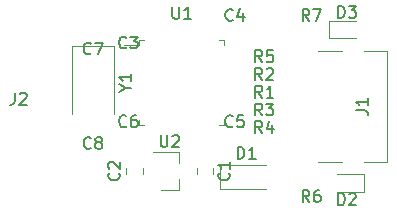
<source format=gbr>
%TF.GenerationSoftware,KiCad,Pcbnew,5.1.6+dfsg1-1*%
%TF.CreationDate,2020-06-28T19:58:20+08:00*%
%TF.ProjectId,stlink,73746c69-6e6b-42e6-9b69-6361645f7063,rev?*%
%TF.SameCoordinates,Original*%
%TF.FileFunction,Legend,Top*%
%TF.FilePolarity,Positive*%
%FSLAX46Y46*%
G04 Gerber Fmt 4.6, Leading zero omitted, Abs format (unit mm)*
G04 Created by KiCad (PCBNEW 5.1.6+dfsg1-1) date 2020-06-28 19:58:20*
%MOMM*%
%LPD*%
G01*
G04 APERTURE LIST*
%ADD10C,0.120000*%
%ADD11C,0.150000*%
G04 APERTURE END LIST*
D10*
%TO.C,D3*%
X136515000Y-84235000D02*
X138800000Y-84235000D01*
X136515000Y-82765000D02*
X136515000Y-84235000D01*
X138800000Y-82765000D02*
X136515000Y-82765000D01*
%TO.C,D2*%
X139485000Y-95765000D02*
X137200000Y-95765000D01*
X139485000Y-97235000D02*
X139485000Y-95765000D01*
X137200000Y-97235000D02*
X139485000Y-97235000D01*
%TO.C,Y1*%
X114700000Y-84950000D02*
X114700000Y-90700000D01*
X118300000Y-84950000D02*
X114700000Y-84950000D01*
X118300000Y-90700000D02*
X118300000Y-84950000D01*
%TO.C,D1*%
X127250000Y-95000000D02*
X127250000Y-97000000D01*
X127250000Y-97000000D02*
X131150000Y-97000000D01*
X127250000Y-95000000D02*
X131150000Y-95000000D01*
%TO.C,C2*%
X119290000Y-95758578D02*
X119290000Y-95241422D01*
X120710000Y-95758578D02*
X120710000Y-95241422D01*
%TO.C,C1*%
X126710000Y-95241422D02*
X126710000Y-95758578D01*
X125290000Y-95241422D02*
X125290000Y-95758578D01*
%TO.C,U2*%
X123760000Y-97080000D02*
X123760000Y-96150000D01*
X123760000Y-93920000D02*
X123760000Y-94850000D01*
X123760000Y-93920000D02*
X121600000Y-93920000D01*
X123760000Y-97080000D02*
X122300000Y-97080000D01*
%TO.C,U1*%
X120390000Y-84840000D02*
X119100000Y-84840000D01*
X120390000Y-84390000D02*
X120390000Y-84840000D01*
X120840000Y-84390000D02*
X120390000Y-84390000D01*
X127610000Y-84390000D02*
X127610000Y-84840000D01*
X127160000Y-84390000D02*
X127610000Y-84390000D01*
X120390000Y-91610000D02*
X120390000Y-91160000D01*
X120840000Y-91610000D02*
X120390000Y-91610000D01*
X127610000Y-91610000D02*
X127610000Y-91160000D01*
X127160000Y-91610000D02*
X127610000Y-91610000D01*
%TO.C,J1*%
X141400000Y-94700000D02*
X141400000Y-85300000D01*
X135600000Y-85300000D02*
X137600000Y-85300000D01*
X139500000Y-85300000D02*
X141400000Y-85300000D01*
X135600000Y-94700000D02*
X137600000Y-94700000D01*
X139500000Y-94700000D02*
X141400000Y-94700000D01*
%TO.C,R7*%
D11*
X134833333Y-82782380D02*
X134500000Y-82306190D01*
X134261904Y-82782380D02*
X134261904Y-81782380D01*
X134642857Y-81782380D01*
X134738095Y-81830000D01*
X134785714Y-81877619D01*
X134833333Y-81972857D01*
X134833333Y-82115714D01*
X134785714Y-82210952D01*
X134738095Y-82258571D01*
X134642857Y-82306190D01*
X134261904Y-82306190D01*
X135166666Y-81782380D02*
X135833333Y-81782380D01*
X135404761Y-82782380D01*
%TO.C,R6*%
X134833333Y-98122380D02*
X134500000Y-97646190D01*
X134261904Y-98122380D02*
X134261904Y-97122380D01*
X134642857Y-97122380D01*
X134738095Y-97170000D01*
X134785714Y-97217619D01*
X134833333Y-97312857D01*
X134833333Y-97455714D01*
X134785714Y-97550952D01*
X134738095Y-97598571D01*
X134642857Y-97646190D01*
X134261904Y-97646190D01*
X135690476Y-97122380D02*
X135500000Y-97122380D01*
X135404761Y-97170000D01*
X135357142Y-97217619D01*
X135261904Y-97360476D01*
X135214285Y-97550952D01*
X135214285Y-97931904D01*
X135261904Y-98027142D01*
X135309523Y-98074761D01*
X135404761Y-98122380D01*
X135595238Y-98122380D01*
X135690476Y-98074761D01*
X135738095Y-98027142D01*
X135785714Y-97931904D01*
X135785714Y-97693809D01*
X135738095Y-97598571D01*
X135690476Y-97550952D01*
X135595238Y-97503333D01*
X135404761Y-97503333D01*
X135309523Y-97550952D01*
X135261904Y-97598571D01*
X135214285Y-97693809D01*
%TO.C,D3*%
X137261904Y-82522380D02*
X137261904Y-81522380D01*
X137500000Y-81522380D01*
X137642857Y-81570000D01*
X137738095Y-81665238D01*
X137785714Y-81760476D01*
X137833333Y-81950952D01*
X137833333Y-82093809D01*
X137785714Y-82284285D01*
X137738095Y-82379523D01*
X137642857Y-82474761D01*
X137500000Y-82522380D01*
X137261904Y-82522380D01*
X138166666Y-81522380D02*
X138785714Y-81522380D01*
X138452380Y-81903333D01*
X138595238Y-81903333D01*
X138690476Y-81950952D01*
X138738095Y-81998571D01*
X138785714Y-82093809D01*
X138785714Y-82331904D01*
X138738095Y-82427142D01*
X138690476Y-82474761D01*
X138595238Y-82522380D01*
X138309523Y-82522380D01*
X138214285Y-82474761D01*
X138166666Y-82427142D01*
%TO.C,D2*%
X137261904Y-98382380D02*
X137261904Y-97382380D01*
X137500000Y-97382380D01*
X137642857Y-97430000D01*
X137738095Y-97525238D01*
X137785714Y-97620476D01*
X137833333Y-97810952D01*
X137833333Y-97953809D01*
X137785714Y-98144285D01*
X137738095Y-98239523D01*
X137642857Y-98334761D01*
X137500000Y-98382380D01*
X137261904Y-98382380D01*
X138214285Y-97477619D02*
X138261904Y-97430000D01*
X138357142Y-97382380D01*
X138595238Y-97382380D01*
X138690476Y-97430000D01*
X138738095Y-97477619D01*
X138785714Y-97572857D01*
X138785714Y-97668095D01*
X138738095Y-97810952D01*
X138166666Y-98382380D01*
X138785714Y-98382380D01*
%TO.C,Y1*%
X119276190Y-88476190D02*
X119752380Y-88476190D01*
X118752380Y-88809523D02*
X119276190Y-88476190D01*
X118752380Y-88142857D01*
X119752380Y-87285714D02*
X119752380Y-87857142D01*
X119752380Y-87571428D02*
X118752380Y-87571428D01*
X118895238Y-87666666D01*
X118990476Y-87761904D01*
X119038095Y-87857142D01*
%TO.C,C8*%
X116333333Y-93527142D02*
X116285714Y-93574761D01*
X116142857Y-93622380D01*
X116047619Y-93622380D01*
X115904761Y-93574761D01*
X115809523Y-93479523D01*
X115761904Y-93384285D01*
X115714285Y-93193809D01*
X115714285Y-93050952D01*
X115761904Y-92860476D01*
X115809523Y-92765238D01*
X115904761Y-92670000D01*
X116047619Y-92622380D01*
X116142857Y-92622380D01*
X116285714Y-92670000D01*
X116333333Y-92717619D01*
X116904761Y-93050952D02*
X116809523Y-93003333D01*
X116761904Y-92955714D01*
X116714285Y-92860476D01*
X116714285Y-92812857D01*
X116761904Y-92717619D01*
X116809523Y-92670000D01*
X116904761Y-92622380D01*
X117095238Y-92622380D01*
X117190476Y-92670000D01*
X117238095Y-92717619D01*
X117285714Y-92812857D01*
X117285714Y-92860476D01*
X117238095Y-92955714D01*
X117190476Y-93003333D01*
X117095238Y-93050952D01*
X116904761Y-93050952D01*
X116809523Y-93098571D01*
X116761904Y-93146190D01*
X116714285Y-93241428D01*
X116714285Y-93431904D01*
X116761904Y-93527142D01*
X116809523Y-93574761D01*
X116904761Y-93622380D01*
X117095238Y-93622380D01*
X117190476Y-93574761D01*
X117238095Y-93527142D01*
X117285714Y-93431904D01*
X117285714Y-93241428D01*
X117238095Y-93146190D01*
X117190476Y-93098571D01*
X117095238Y-93050952D01*
%TO.C,C7*%
X116333333Y-85527142D02*
X116285714Y-85574761D01*
X116142857Y-85622380D01*
X116047619Y-85622380D01*
X115904761Y-85574761D01*
X115809523Y-85479523D01*
X115761904Y-85384285D01*
X115714285Y-85193809D01*
X115714285Y-85050952D01*
X115761904Y-84860476D01*
X115809523Y-84765238D01*
X115904761Y-84670000D01*
X116047619Y-84622380D01*
X116142857Y-84622380D01*
X116285714Y-84670000D01*
X116333333Y-84717619D01*
X116666666Y-84622380D02*
X117333333Y-84622380D01*
X116904761Y-85622380D01*
%TO.C,J2*%
X109896666Y-88872380D02*
X109896666Y-89586666D01*
X109849047Y-89729523D01*
X109753809Y-89824761D01*
X109610952Y-89872380D01*
X109515714Y-89872380D01*
X110325238Y-88967619D02*
X110372857Y-88920000D01*
X110468095Y-88872380D01*
X110706190Y-88872380D01*
X110801428Y-88920000D01*
X110849047Y-88967619D01*
X110896666Y-89062857D01*
X110896666Y-89158095D01*
X110849047Y-89300952D01*
X110277619Y-89872380D01*
X110896666Y-89872380D01*
%TO.C,R5*%
X130833333Y-86277380D02*
X130500000Y-85801190D01*
X130261904Y-86277380D02*
X130261904Y-85277380D01*
X130642857Y-85277380D01*
X130738095Y-85325000D01*
X130785714Y-85372619D01*
X130833333Y-85467857D01*
X130833333Y-85610714D01*
X130785714Y-85705952D01*
X130738095Y-85753571D01*
X130642857Y-85801190D01*
X130261904Y-85801190D01*
X131738095Y-85277380D02*
X131261904Y-85277380D01*
X131214285Y-85753571D01*
X131261904Y-85705952D01*
X131357142Y-85658333D01*
X131595238Y-85658333D01*
X131690476Y-85705952D01*
X131738095Y-85753571D01*
X131785714Y-85848809D01*
X131785714Y-86086904D01*
X131738095Y-86182142D01*
X131690476Y-86229761D01*
X131595238Y-86277380D01*
X131357142Y-86277380D01*
X131261904Y-86229761D01*
X131214285Y-86182142D01*
%TO.C,R4*%
X130833333Y-92282380D02*
X130500000Y-91806190D01*
X130261904Y-92282380D02*
X130261904Y-91282380D01*
X130642857Y-91282380D01*
X130738095Y-91330000D01*
X130785714Y-91377619D01*
X130833333Y-91472857D01*
X130833333Y-91615714D01*
X130785714Y-91710952D01*
X130738095Y-91758571D01*
X130642857Y-91806190D01*
X130261904Y-91806190D01*
X131690476Y-91615714D02*
X131690476Y-92282380D01*
X131452380Y-91234761D02*
X131214285Y-91949047D01*
X131833333Y-91949047D01*
%TO.C,C6*%
X119333333Y-91687142D02*
X119285714Y-91734761D01*
X119142857Y-91782380D01*
X119047619Y-91782380D01*
X118904761Y-91734761D01*
X118809523Y-91639523D01*
X118761904Y-91544285D01*
X118714285Y-91353809D01*
X118714285Y-91210952D01*
X118761904Y-91020476D01*
X118809523Y-90925238D01*
X118904761Y-90830000D01*
X119047619Y-90782380D01*
X119142857Y-90782380D01*
X119285714Y-90830000D01*
X119333333Y-90877619D01*
X120190476Y-90782380D02*
X120000000Y-90782380D01*
X119904761Y-90830000D01*
X119857142Y-90877619D01*
X119761904Y-91020476D01*
X119714285Y-91210952D01*
X119714285Y-91591904D01*
X119761904Y-91687142D01*
X119809523Y-91734761D01*
X119904761Y-91782380D01*
X120095238Y-91782380D01*
X120190476Y-91734761D01*
X120238095Y-91687142D01*
X120285714Y-91591904D01*
X120285714Y-91353809D01*
X120238095Y-91258571D01*
X120190476Y-91210952D01*
X120095238Y-91163333D01*
X119904761Y-91163333D01*
X119809523Y-91210952D01*
X119761904Y-91258571D01*
X119714285Y-91353809D01*
%TO.C,C5*%
X128333333Y-91687142D02*
X128285714Y-91734761D01*
X128142857Y-91782380D01*
X128047619Y-91782380D01*
X127904761Y-91734761D01*
X127809523Y-91639523D01*
X127761904Y-91544285D01*
X127714285Y-91353809D01*
X127714285Y-91210952D01*
X127761904Y-91020476D01*
X127809523Y-90925238D01*
X127904761Y-90830000D01*
X128047619Y-90782380D01*
X128142857Y-90782380D01*
X128285714Y-90830000D01*
X128333333Y-90877619D01*
X129238095Y-90782380D02*
X128761904Y-90782380D01*
X128714285Y-91258571D01*
X128761904Y-91210952D01*
X128857142Y-91163333D01*
X129095238Y-91163333D01*
X129190476Y-91210952D01*
X129238095Y-91258571D01*
X129285714Y-91353809D01*
X129285714Y-91591904D01*
X129238095Y-91687142D01*
X129190476Y-91734761D01*
X129095238Y-91782380D01*
X128857142Y-91782380D01*
X128761904Y-91734761D01*
X128714285Y-91687142D01*
%TO.C,C4*%
X128348333Y-82687142D02*
X128300714Y-82734761D01*
X128157857Y-82782380D01*
X128062619Y-82782380D01*
X127919761Y-82734761D01*
X127824523Y-82639523D01*
X127776904Y-82544285D01*
X127729285Y-82353809D01*
X127729285Y-82210952D01*
X127776904Y-82020476D01*
X127824523Y-81925238D01*
X127919761Y-81830000D01*
X128062619Y-81782380D01*
X128157857Y-81782380D01*
X128300714Y-81830000D01*
X128348333Y-81877619D01*
X129205476Y-82115714D02*
X129205476Y-82782380D01*
X128967380Y-81734761D02*
X128729285Y-82449047D01*
X129348333Y-82449047D01*
%TO.C,C3*%
X119333333Y-85027142D02*
X119285714Y-85074761D01*
X119142857Y-85122380D01*
X119047619Y-85122380D01*
X118904761Y-85074761D01*
X118809523Y-84979523D01*
X118761904Y-84884285D01*
X118714285Y-84693809D01*
X118714285Y-84550952D01*
X118761904Y-84360476D01*
X118809523Y-84265238D01*
X118904761Y-84170000D01*
X119047619Y-84122380D01*
X119142857Y-84122380D01*
X119285714Y-84170000D01*
X119333333Y-84217619D01*
X119666666Y-84122380D02*
X120285714Y-84122380D01*
X119952380Y-84503333D01*
X120095238Y-84503333D01*
X120190476Y-84550952D01*
X120238095Y-84598571D01*
X120285714Y-84693809D01*
X120285714Y-84931904D01*
X120238095Y-85027142D01*
X120190476Y-85074761D01*
X120095238Y-85122380D01*
X119809523Y-85122380D01*
X119714285Y-85074761D01*
X119666666Y-85027142D01*
%TO.C,R3*%
X130833333Y-90782380D02*
X130500000Y-90306190D01*
X130261904Y-90782380D02*
X130261904Y-89782380D01*
X130642857Y-89782380D01*
X130738095Y-89830000D01*
X130785714Y-89877619D01*
X130833333Y-89972857D01*
X130833333Y-90115714D01*
X130785714Y-90210952D01*
X130738095Y-90258571D01*
X130642857Y-90306190D01*
X130261904Y-90306190D01*
X131166666Y-89782380D02*
X131785714Y-89782380D01*
X131452380Y-90163333D01*
X131595238Y-90163333D01*
X131690476Y-90210952D01*
X131738095Y-90258571D01*
X131785714Y-90353809D01*
X131785714Y-90591904D01*
X131738095Y-90687142D01*
X131690476Y-90734761D01*
X131595238Y-90782380D01*
X131309523Y-90782380D01*
X131214285Y-90734761D01*
X131166666Y-90687142D01*
%TO.C,R2*%
X130833333Y-87782380D02*
X130500000Y-87306190D01*
X130261904Y-87782380D02*
X130261904Y-86782380D01*
X130642857Y-86782380D01*
X130738095Y-86830000D01*
X130785714Y-86877619D01*
X130833333Y-86972857D01*
X130833333Y-87115714D01*
X130785714Y-87210952D01*
X130738095Y-87258571D01*
X130642857Y-87306190D01*
X130261904Y-87306190D01*
X131214285Y-86877619D02*
X131261904Y-86830000D01*
X131357142Y-86782380D01*
X131595238Y-86782380D01*
X131690476Y-86830000D01*
X131738095Y-86877619D01*
X131785714Y-86972857D01*
X131785714Y-87068095D01*
X131738095Y-87210952D01*
X131166666Y-87782380D01*
X131785714Y-87782380D01*
%TO.C,R1*%
X130833333Y-89282380D02*
X130500000Y-88806190D01*
X130261904Y-89282380D02*
X130261904Y-88282380D01*
X130642857Y-88282380D01*
X130738095Y-88330000D01*
X130785714Y-88377619D01*
X130833333Y-88472857D01*
X130833333Y-88615714D01*
X130785714Y-88710952D01*
X130738095Y-88758571D01*
X130642857Y-88806190D01*
X130261904Y-88806190D01*
X131785714Y-89282380D02*
X131214285Y-89282380D01*
X131500000Y-89282380D02*
X131500000Y-88282380D01*
X131404761Y-88425238D01*
X131309523Y-88520476D01*
X131214285Y-88568095D01*
%TO.C,D1*%
X128761904Y-94452380D02*
X128761904Y-93452380D01*
X129000000Y-93452380D01*
X129142857Y-93500000D01*
X129238095Y-93595238D01*
X129285714Y-93690476D01*
X129333333Y-93880952D01*
X129333333Y-94023809D01*
X129285714Y-94214285D01*
X129238095Y-94309523D01*
X129142857Y-94404761D01*
X129000000Y-94452380D01*
X128761904Y-94452380D01*
X130285714Y-94452380D02*
X129714285Y-94452380D01*
X130000000Y-94452380D02*
X130000000Y-93452380D01*
X129904761Y-93595238D01*
X129809523Y-93690476D01*
X129714285Y-93738095D01*
%TO.C,C2*%
X118707142Y-95666666D02*
X118754761Y-95714285D01*
X118802380Y-95857142D01*
X118802380Y-95952380D01*
X118754761Y-96095238D01*
X118659523Y-96190476D01*
X118564285Y-96238095D01*
X118373809Y-96285714D01*
X118230952Y-96285714D01*
X118040476Y-96238095D01*
X117945238Y-96190476D01*
X117850000Y-96095238D01*
X117802380Y-95952380D01*
X117802380Y-95857142D01*
X117850000Y-95714285D01*
X117897619Y-95666666D01*
X117897619Y-95285714D02*
X117850000Y-95238095D01*
X117802380Y-95142857D01*
X117802380Y-94904761D01*
X117850000Y-94809523D01*
X117897619Y-94761904D01*
X117992857Y-94714285D01*
X118088095Y-94714285D01*
X118230952Y-94761904D01*
X118802380Y-95333333D01*
X118802380Y-94714285D01*
%TO.C,C1*%
X128007142Y-95666666D02*
X128054761Y-95714285D01*
X128102380Y-95857142D01*
X128102380Y-95952380D01*
X128054761Y-96095238D01*
X127959523Y-96190476D01*
X127864285Y-96238095D01*
X127673809Y-96285714D01*
X127530952Y-96285714D01*
X127340476Y-96238095D01*
X127245238Y-96190476D01*
X127150000Y-96095238D01*
X127102380Y-95952380D01*
X127102380Y-95857142D01*
X127150000Y-95714285D01*
X127197619Y-95666666D01*
X128102380Y-94714285D02*
X128102380Y-95285714D01*
X128102380Y-95000000D02*
X127102380Y-95000000D01*
X127245238Y-95095238D01*
X127340476Y-95190476D01*
X127388095Y-95285714D01*
%TO.C,U2*%
X122238095Y-92452380D02*
X122238095Y-93261904D01*
X122285714Y-93357142D01*
X122333333Y-93404761D01*
X122428571Y-93452380D01*
X122619047Y-93452380D01*
X122714285Y-93404761D01*
X122761904Y-93357142D01*
X122809523Y-93261904D01*
X122809523Y-92452380D01*
X123238095Y-92547619D02*
X123285714Y-92500000D01*
X123380952Y-92452380D01*
X123619047Y-92452380D01*
X123714285Y-92500000D01*
X123761904Y-92547619D01*
X123809523Y-92642857D01*
X123809523Y-92738095D01*
X123761904Y-92880952D01*
X123190476Y-93452380D01*
X123809523Y-93452380D01*
%TO.C,U1*%
X123238095Y-81602380D02*
X123238095Y-82411904D01*
X123285714Y-82507142D01*
X123333333Y-82554761D01*
X123428571Y-82602380D01*
X123619047Y-82602380D01*
X123714285Y-82554761D01*
X123761904Y-82507142D01*
X123809523Y-82411904D01*
X123809523Y-81602380D01*
X124809523Y-82602380D02*
X124238095Y-82602380D01*
X124523809Y-82602380D02*
X124523809Y-81602380D01*
X124428571Y-81745238D01*
X124333333Y-81840476D01*
X124238095Y-81888095D01*
%TO.C,J1*%
X138757380Y-90333333D02*
X139471666Y-90333333D01*
X139614523Y-90380952D01*
X139709761Y-90476190D01*
X139757380Y-90619047D01*
X139757380Y-90714285D01*
X139757380Y-89333333D02*
X139757380Y-89904761D01*
X139757380Y-89619047D02*
X138757380Y-89619047D01*
X138900238Y-89714285D01*
X138995476Y-89809523D01*
X139043095Y-89904761D01*
%TD*%
M02*

</source>
